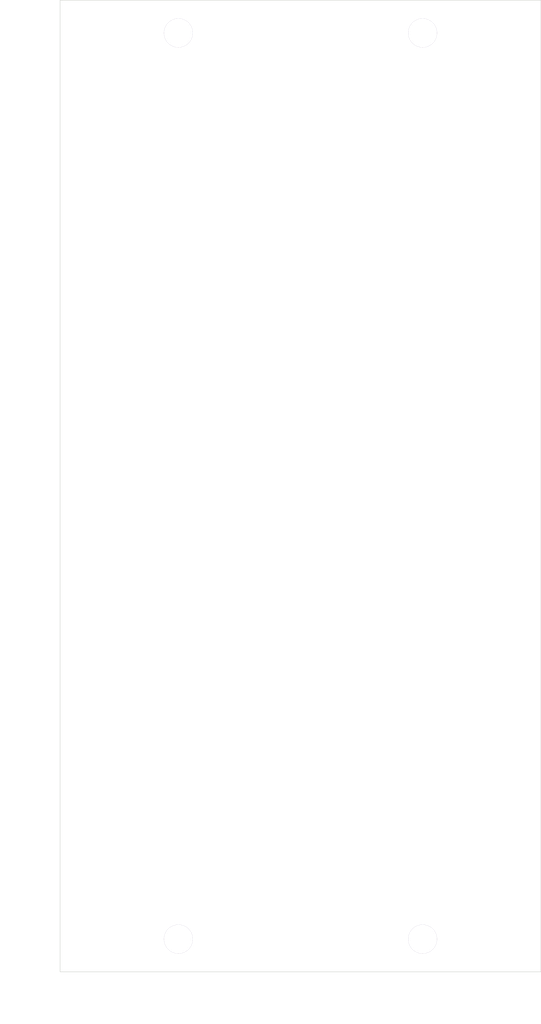
<source format=kicad_pcb>
(kicad_pcb (version 20241229) (generator "pcbnew") (generator_version "9.0")
  (title_block (title "AE Modular 2U Panel") (date "2025-10-13") (rev "1.0") (company "clectric.diy") (comment 1 "Charles H. Leggett"))
  (layers (0 "F.Cu" signal) (2 "B.Cu" signal) (13 "F.Paste" user) (15 "B.Paste" user) (5 "F.SilkS" user "F.Silkscreen") (7 "B.SilkS" user "B.Silkscreen") (1 "F.Mask" user) (3 "B.Mask" user) (25 "Edge.Cuts" user))
  (net 0 "")
  (footprint "clectric-diy:AE_2U_PANEL" (layer "F.Cu") (at 101.5 145.6)
    (property "Reference" "REF**" (hide yes))
    (property "Value" "AE_2U_PANEL")
    (fp_rect (start 6 -106.2) (end 56 -5.2) (stroke (width 0.05)) (fill no) (layer "Edge.Cuts"))
    (pad "1" thru_hole circle (at 18.3 -102.8) (size 3 3) (drill 3) (layers "*.Cu" "*.Mask"))
    (pad "2" thru_hole circle (at 43.7 -102.8) (size 3 3) (drill 3) (layers "*.Cu" "*.Mask"))
    (pad "3" thru_hole circle (at 18.3 -8.6) (size 3 3) (drill 3) (layers "*.Cu" "*.Mask"))
    (pad "4" thru_hole circle (at 43.7 -8.6) (size 3 3) (drill 3) (layers "*.Cu" "*.Mask"))
  )
)
</source>
